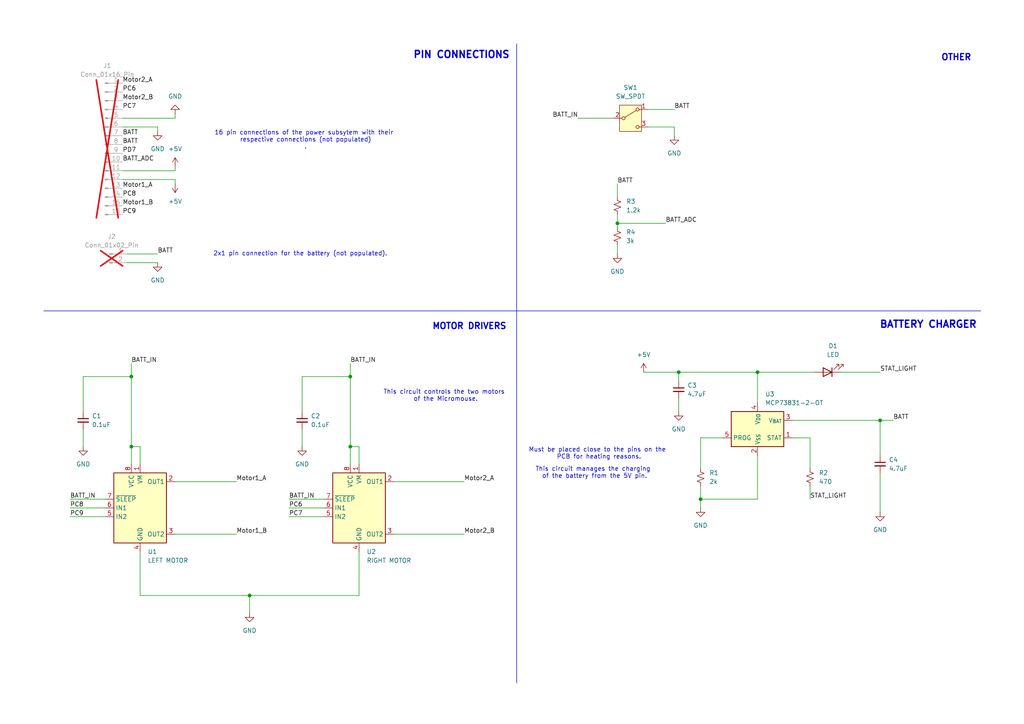
<source format=kicad_sch>
(kicad_sch (version 20231120) (generator "eeschema") (generator_version "8.0")
  (paper "A4")
  (title_block (title "Micromouse Power Subsytem") (date "2024-03-19") (rev "v1.3") (company "UCT EEE3088F") (comment 1 "CLRMAT005") (comment 2 "Auther: Matthew Clark"))
  (lib_symbols
    (symbol "Battery_Management:MCP73831-2-OT"
      (property "Reference" "U" (at -7.62 6.35 0))
      (property "Value" "MCP73831-2-OT" (at 1.27 6.35 0))
      (symbol "MCP73831-2-OT_0_1"
        (rectangle (start -7.62 5.08) (end 7.62 -5.08) (stroke (width 0.254)) (fill (type background)))
      )
      (symbol "MCP73831-2-OT_1_1"
        (pin tri_state line (at 10.16 -2.54 180) (length 2.54) (name "STAT") (number "1"))
        (pin power_in line (at 0 -7.62 90) (length 2.54) (name "V_{SS}") (number "2"))
        (pin power_out line (at 10.16 2.54 180) (length 2.54) (name "V_{BAT}") (number "3"))
        (pin power_in line (at 0 7.62 270) (length 2.54) (name "V_{DD}") (number "4"))
        (pin input line (at -10.16 -2.54 0) (length 2.54) (name "PROG") (number "5"))
      )
    )
    (symbol "Connector:Conn_01x02_Pin" (pin_names (offset 1.016) hide)
      (property "Reference" "J" (at 0 2.54 0))
      (property "Value" "Conn_01x02_Pin" (at 0 -5.08 0))
      (symbol "Conn_01x02_Pin_1_1"
        (polyline (pts (xy 1.27 -2.54) (xy 0.8636 -2.54)) (stroke (width 0.1524)))
        (polyline (pts (xy 1.27 0) (xy 0.8636 0)) (stroke (width 0.1524)))
        (rectangle (start 0.8636 -2.413) (end 0 -2.667) (stroke (width 0.1524)) (fill (type outline)))
        (rectangle (start 0.8636 0.127) (end 0 -0.127) (stroke (width 0.1524)) (fill (type outline)))
        (pin passive line (at 5.08 0 180) (length 3.81) (name "Pin_1") (number "1"))
        (pin passive line (at 5.08 -2.54 180) (length 3.81) (name "Pin_2") (number "2"))
      )
    )
    (symbol "Connector:Conn_01x16_Pin" (pin_names (offset 1.016) hide)
      (property "Reference" "J" (at 0 20.32 0))
      (property "Value" "Conn_01x16_Pin" (at 0 -22.86 0))
      (symbol "Conn_01x16_Pin_1_1"
        (polyline (pts (xy 1.27 -20.32) (xy 0.8636 -20.32)) (stroke (width 0.1524)))
        (polyline (pts (xy 1.27 -17.78) (xy 0.8636 -17.78)) (stroke (width 0.1524)))
        (polyline (pts (xy 1.27 -15.24) (xy 0.8636 -15.24)) (stroke (width 0.1524)))
        (polyline (pts (xy 1.27 -12.7) (xy 0.8636 -12.7)) (stroke (width 0.1524)))
        (polyline (pts (xy 1.27 -10.16) (xy 0.8636 -10.16)) (stroke (width 0.1524)))
        (polyline (pts (xy 1.27 -7.62) (xy 0.8636 -7.62)) (stroke (width 0.1524)))
        (polyline (pts (xy 1.27 -5.08) (xy 0.8636 -5.08)) (stroke (width 0.1524)))
        (polyline (pts (xy 1.27 -2.54) (xy 0.8636 -2.54)) (stroke (width 0.1524)))
        (polyline (pts (xy 1.27 0) (xy 0.8636 0)) (stroke (width 0.1524)))
        (polyline (pts (xy 1.27 2.54) (xy 0.8636 2.54)) (stroke (width 0.1524)))
        (polyline (pts (xy 1.27 5.08) (xy 0.8636 5.08)) (stroke (width 0.1524)))
        (polyline (pts (xy 1.27 7.62) (xy 0.8636 7.62)) (stroke (width 0.1524)))
        (polyline (pts (xy 1.27 10.16) (xy 0.8636 10.16)) (stroke (width 0.1524)))
        (polyline (pts (xy 1.27 12.7) (xy 0.8636 12.7)) (stroke (width 0.1524)))
        (polyline (pts (xy 1.27 15.24) (xy 0.8636 15.24)) (stroke (width 0.1524)))
        (polyline (pts (xy 1.27 17.78) (xy 0.8636 17.78)) (stroke (width 0.1524)))
        (rectangle (start 0.8636 -20.193) (end 0 -20.447) (stroke (width 0.1524)) (fill (type outline)))
        (rectangle (start 0.8636 -17.653) (end 0 -17.907) (stroke (width 0.1524)) (fill (type outline)))
        (rectangle (start 0.8636 -15.113) (end 0 -15.367) (stroke (width 0.1524)) (fill (type outline)))
        (rectangle (start 0.8636 -12.573) (end 0 -12.827) (stroke (width 0.1524)) (fill (type outline)))
        (rectangle (start 0.8636 -10.033) (end 0 -10.287) (stroke (width 0.1524)) (fill (type outline)))
        (rectangle (start 0.8636 -7.493) (end 0 -7.747) (stroke (width 0.1524)) (fill (type outline)))
        (rectangle (start 0.8636 -4.953) (end 0 -5.207) (stroke (width 0.1524)) (fill (type outline)))
        (rectangle (start 0.8636 -2.413) (end 0 -2.667) (stroke (width 0.1524)) (fill (type outline)))
        (rectangle (start 0.8636 0.127) (end 0 -0.127) (stroke (width 0.1524)) (fill (type outline)))
        (rectangle (start 0.8636 2.667) (end 0 2.413) (stroke (width 0.1524)) (fill (type outline)))
        (rectangle (start 0.8636 5.207) (end 0 4.953) (stroke (width 0.1524)) (fill (type outline)))
        (rectangle (start 0.8636 7.747) (end 0 7.493) (stroke (width 0.1524)) (fill (type outline)))
        (rectangle (start 0.8636 10.287) (end 0 10.033) (stroke (width 0.1524)) (fill (type outline)))
        (rectangle (start 0.8636 12.827) (end 0 12.573) (stroke (width 0.1524)) (fill (type outline)))
        (rectangle (start 0.8636 15.367) (end 0 15.113) (stroke (width 0.1524)) (fill (type outline)))
        (rectangle (start 0.8636 17.907) (end 0 17.653) (stroke (width 0.1524)) (fill (type outline)))
        (pin passive line (at 5.08 17.78 180) (length 3.81) (name "Pin_1") (number "1"))
        (pin passive line (at 5.08 -5.08 180) (length 3.81) (name "Pin_10") (number "10"))
        (pin passive line (at 5.08 -7.62 180) (length 3.81) (name "Pin_11") (number "11"))
        (pin passive line (at 5.08 -10.16 180) (length 3.81) (name "Pin_12") (number "12"))
        (pin passive line (at 5.08 -12.7 180) (length 3.81) (name "Pin_13") (number "13"))
        (pin passive line (at 5.08 -15.24 180) (length 3.81) (name "Pin_14") (number "14"))
        (pin passive line (at 5.08 -17.78 180) (length 3.81) (name "Pin_15") (number "15"))
        (pin passive line (at 5.08 -20.32 180) (length 3.81) (name "Pin_16") (number "16"))
        (pin passive line (at 5.08 15.24 180) (length 3.81) (name "Pin_2") (number "2"))
        (pin passive line (at 5.08 12.7 180) (length 3.81) (name "Pin_3") (number "3"))
        (pin passive line (at 5.08 10.16 180) (length 3.81) (name "Pin_4") (number "4"))
        (pin passive line (at 5.08 7.62 180) (length 3.81) (name "Pin_5") (number "5"))
        (pin passive line (at 5.08 5.08 180) (length 3.81) (name "Pin_6") (number "6"))
        (pin passive line (at 5.08 2.54 180) (length 3.81) (name "Pin_7") (number "7"))
        (pin passive line (at 5.08 0 180) (length 3.81) (name "Pin_8") (number "8"))
        (pin passive line (at 5.08 -2.54 180) (length 3.81) (name "Pin_9") (number "9"))
      )
    )
    (symbol "Device:C_Small" (pin_numbers hide) (pin_names (offset 0.254) hide)
      (property "Reference" "C" (at 0.254 1.778 0))
      (property "Value" "C_Small" (at 0.254 -2.032 0))
      (symbol "C_Small_0_1"
        (polyline (pts (xy -1.524 -0.508) (xy 1.524 -0.508)) (stroke (width 0.3302)))
        (polyline (pts (xy -1.524 0.508) (xy 1.524 0.508)) (stroke (width 0.3048)))
      )
      (symbol "C_Small_1_1"
        (pin passive line (at 0 2.54 270) (length 2.032) (name "~") (number "1"))
        (pin passive line (at 0 -2.54 90) (length 2.032) (name "~") (number "2"))
      )
    )
    (symbol "Device:LED" (pin_numbers hide) (pin_names (offset 1.016) hide)
      (property "Reference" "D" (at 0 2.54 0))
      (property "Value" "LED" (at 0 -2.54 0))
      (symbol "LED_0_1"
        (polyline (pts (xy -1.27 -1.27) (xy -1.27 1.27)) (stroke (width 0.254)))
        (polyline (pts (xy -1.27 0) (xy 1.27 0)))
        (polyline (pts (xy 1.27 -1.27) (xy 1.27 1.27) (xy -1.27 0) (xy 1.27 -1.27)) (stroke (width 0.254)))
        (polyline (pts (xy -3.048 -0.762) (xy -4.572 -2.286) (xy -3.81 -2.286) (xy -4.572 -2.286) (xy -4.572 -1.524)))
        (polyline (pts (xy -1.778 -0.762) (xy -3.302 -2.286) (xy -2.54 -2.286) (xy -3.302 -2.286) (xy -3.302 -1.524)))
      )
      (symbol "LED_1_1"
        (pin passive line (at -3.81 0 0) (length 2.54) (name "K") (number "1"))
        (pin passive line (at 3.81 0 180) (length 2.54) (name "A") (number "2"))
      )
    )
    (symbol "Device:R_Small_US" (pin_numbers hide) (pin_names (offset 0.254) hide)
      (property "Reference" "R" (at 0.762 0.508 0))
      (property "Value" "R_Small_US" (at 0.762 -1.016 0))
      (symbol "R_Small_US_1_1"
        (polyline (pts (xy 0 0) (xy 1.016 -0.381) (xy 0 -0.762) (xy -1.016 -1.143) (xy 0 -1.524)))
        (polyline (pts (xy 0 1.524) (xy 1.016 1.143) (xy 0 0.762) (xy -1.016 0.381) (xy 0 0)))
        (pin passive line (at 0 2.54 270) (length 1.016) (name "~") (number "1"))
        (pin passive line (at 0 -2.54 90) (length 1.016) (name "~") (number "2"))
      )
    )
    (symbol "Driver_Motor:DRV8837C"
      (property "Reference" "U" (at 6.35 11.43 0))
      (property "Value" "DRV8837C" (at -10.16 11.43 0))
      (symbol "DRV8837C_0_1"
        (rectangle (start -7.62 10.16) (end 7.62 -10.16) (stroke (width 0.254)) (fill (type background)))
      )
      (symbol "DRV8837C_1_1"
        (pin power_in line (at 0 12.7 270) (length 2.54) (name "VM") (number "1"))
        (pin output line (at 10.16 7.62 180) (length 2.54) (name "OUT1") (number "2"))
        (pin output line (at 10.16 -7.62 180) (length 2.54) (name "OUT2") (number "3"))
        (pin power_in line (at 0 -12.7 90) (length 2.54) (name "GND") (number "4"))
        (pin input line (at -10.16 -2.54 0) (length 2.54) (name "IN2") (number "5"))
        (pin input line (at -10.16 0 0) (length 2.54) (name "IN1") (number "6"))
        (pin input line (at -10.16 2.54 0) (length 2.54) (name "~{SLEEP}") (number "7"))
        (pin power_in line (at -2.54 12.7 270) (length 2.54) (name "VCC") (number "8"))
        (pin passive line (at 0 -12.7 90) (length 2.54) hide (name "GND") (number "9"))
      )
    )
    (symbol "Switch:SW_SPDT" (pin_names (offset 0) hide)
      (property "Reference" "SW" (at 0 5.08 0))
      (property "Value" "SW_SPDT" (at 0 -5.08 0))
      (symbol "SW_SPDT_0_1"
        (circle (center -2.032 0) (radius 0.4572))
        (polyline (pts (xy -1.651 0.254) (xy 1.651 2.286)))
        (circle (center 2.032 -2.54) (radius 0.4572))
        (circle (center 2.032 2.54) (radius 0.4572))
      )
      (symbol "SW_SPDT_1_1"
        (rectangle (start -3.175 3.81) (end 3.175 -3.81) (fill (type background)))
        (pin passive line (at 5.08 2.54 180) (length 2.54) (name "A") (number "1"))
        (pin passive line (at -5.08 0 0) (length 2.54) (name "B") (number "2"))
        (pin passive line (at 5.08 -2.54 180) (length 2.54) (name "C") (number "3"))
      )
    )
    (symbol "power:+5V" (power) (pin_numbers hide) (pin_names (offset 0) hide)
      (property "Value" "+5V" (at 0 3.556 0))
      (symbol "+5V_0_1"
        (polyline (pts (xy -0.762 1.27) (xy 0 2.54)))
        (polyline (pts (xy 0 0) (xy 0 2.54)))
        (polyline (pts (xy 0 2.54) (xy 0.762 1.27)))
      )
      (symbol "+5V_1_1"
        (pin power_in line (at 0 0 90) (length 0) (name "~") (number "1"))
      )
    )
    (symbol "power:GND" (power) (pin_numbers hide) (pin_names (offset 0) hide)
      (property "Value" "GND" (at 0 -3.81 0))
      (symbol "GND_0_1"
        (polyline (pts (xy 0 0) (xy 0 -1.27) (xy 1.27 -1.27) (xy 0 -2.54) (xy -1.27 -1.27) (xy 0 -1.27)))
      )
      (symbol "GND_1_1"
        (pin power_in line (at 0 0 270) (length 0) (name "~") (number "1"))
      )
    )
  )
  (junction (at 38.1 129.54))
  (junction (at 203.2 144.78))
  (junction (at 101.6 129.54))
  (junction (at 219.71 107.95))
  (junction (at 101.6 109.22))
  (junction (at 255.27 121.92))
  (junction (at 196.85 107.95))
  (junction (at 179.07 64.77))
  (junction (at 72.39 172.72))
  (junction (at 38.1 109.22))
  (wire (pts (xy 101.6 109.22) (xy 87.63 109.22)))
  (wire (pts (xy 83.82 149.86) (xy 93.98 149.86)))
  (wire (pts (xy 83.82 147.32) (xy 93.98 147.32)))
  (wire (pts (xy 35.56 52.07) (xy 50.8 52.07)))
  (wire (pts (xy 36.83 73.66) (xy 45.72 73.66)))
  (wire (pts (xy 203.2 140.97) (xy 203.2 144.78)))
  (wire (pts (xy 104.14 172.72) (xy 104.14 160.02)))
  (wire (pts (xy 36.83 76.2) (xy 45.72 76.2)))
  (wire (pts (xy 50.8 48.26) (xy 50.8 49.53)))
  (wire (pts (xy 187.96 36.83) (xy 195.58 36.83)))
  (wire (pts (xy 255.27 121.92) (xy 259.08 121.92)))
  (wire (pts (xy 179.07 71.12) (xy 179.07 73.66)))
  (wire (pts (xy 72.39 172.72) (xy 104.14 172.72)))
  (wire (pts (xy 195.58 36.83) (xy 195.58 39.37)))
  (wire (pts (xy 219.71 144.78) (xy 219.71 132.08)))
  (polyline (pts (xy 149.86 12.7) (xy 149.86 198.12)))
  (wire (pts (xy 196.85 107.95) (xy 219.71 107.95)))
  (wire (pts (xy 40.64 134.62) (xy 40.64 129.54)))
  (wire (pts (xy 40.64 160.02) (xy 40.64 172.72)))
  (wire (pts (xy 187.96 31.75) (xy 195.58 31.75)))
  (wire (pts (xy 234.95 135.89) (xy 234.95 127)))
  (wire (pts (xy 179.07 64.77) (xy 179.07 66.04)))
  (wire (pts (xy 179.07 64.77) (xy 193.04 64.77)))
  (wire (pts (xy 203.2 144.78) (xy 219.71 144.78)))
  (wire (pts (xy 203.2 144.78) (xy 203.2 147.32)))
  (wire (pts (xy 167.64 34.29) (xy 177.8 34.29)))
  (wire (pts (xy 38.1 105.41) (xy 38.1 109.22)))
  (wire (pts (xy 87.63 124.46) (xy 87.63 129.54)))
  (wire (pts (xy 50.8 52.07) (xy 50.8 53.34)))
  (wire (pts (xy 229.87 121.92) (xy 255.27 121.92)))
  (wire (pts (xy 179.07 53.34) (xy 179.07 57.15)))
  (wire (pts (xy 101.6 105.41) (xy 101.6 109.22)))
  (wire (pts (xy 35.56 34.29) (xy 50.8 34.29)))
  (wire (pts (xy 203.2 127) (xy 203.2 135.89)))
  (wire (pts (xy 38.1 109.22) (xy 38.1 129.54)))
  (wire (pts (xy 101.6 109.22) (xy 101.6 129.54)))
  (wire (pts (xy 104.14 129.54) (xy 101.6 129.54)))
  (wire (pts (xy 45.72 36.83) (xy 45.72 38.1)))
  (wire (pts (xy 35.56 36.83) (xy 45.72 36.83)))
  (wire (pts (xy 40.64 172.72) (xy 72.39 172.72)))
  (wire (pts (xy 24.13 109.22) (xy 24.13 119.38)))
  (wire (pts (xy 20.32 149.86) (xy 30.48 149.86)))
  (wire (pts (xy 101.6 129.54) (xy 101.6 134.62)))
  (wire (pts (xy 20.32 147.32) (xy 30.48 147.32)))
  (wire (pts (xy 186.69 107.95) (xy 196.85 107.95)))
  (wire (pts (xy 35.56 49.53) (xy 50.8 49.53)))
  (wire (pts (xy 114.3 139.7) (xy 134.62 139.7)))
  (wire (pts (xy 83.82 144.78) (xy 93.98 144.78)))
  (wire (pts (xy 72.39 172.72) (xy 72.39 177.8)))
  (wire (pts (xy 234.95 127) (xy 229.87 127)))
  (wire (pts (xy 179.07 62.23) (xy 179.07 64.77)))
  (polyline (pts (xy 12.7 90.17) (xy 284.48 90.17)))
  (wire (pts (xy 50.8 154.94) (xy 68.58 154.94)))
  (wire (pts (xy 40.64 129.54) (xy 38.1 129.54)))
  (wire (pts (xy 50.8 33.02) (xy 50.8 34.29)))
  (wire (pts (xy 38.1 129.54) (xy 38.1 134.62)))
  (wire (pts (xy 255.27 137.16) (xy 255.27 148.59)))
  (wire (pts (xy 50.8 139.7) (xy 68.58 139.7)))
  (wire (pts (xy 114.3 154.94) (xy 134.62 154.94)))
  (wire (pts (xy 209.55 127) (xy 203.2 127)))
  (wire (pts (xy 87.63 109.22) (xy 87.63 119.38)))
  (wire (pts (xy 243.84 107.95) (xy 255.27 107.95)))
  (wire (pts (xy 196.85 115.57) (xy 196.85 119.38)))
  (wire (pts (xy 196.85 107.95) (xy 196.85 110.49)))
  (wire (pts (xy 104.14 134.62) (xy 104.14 129.54)))
  (wire (pts (xy 20.32 144.78) (xy 30.48 144.78)))
  (wire (pts (xy 24.13 124.46) (xy 24.13 129.54)))
  (wire (pts (xy 219.71 107.95) (xy 236.22 107.95)))
  (wire (pts (xy 38.1 109.22) (xy 24.13 109.22)))
  (wire (pts (xy 234.95 140.97) (xy 234.95 144.78)))
  (wire (pts (xy 219.71 116.84) (xy 219.71 107.95)))
  (wire (pts (xy 255.27 121.92) (xy 255.27 132.08)))
  (text "PIN CONNECTIONS\n" (at 133.858 16.002 0) (effects (font (size 2.032 2.032) (bold yes))))
  (text "16 pin connections of the power subsytem with their \nrespective connections (not populated)\n." (at 88.646 40.64 0) (effects (font (size 1.27 1.27))))
  (text "2x1 pin connection for the battery (not populated).\n" (at 87.122 73.66 0) (effects (font (size 1.27 1.27))))
  (text "BATTERY CHARGER" (at 269.24 94.234 0) (effects (font (size 2.032 2.032) (bold yes))))
  (text "This circuit manages the charging \nof the battery from the 5V pin.\n" (at 172.466 137.16 0) (effects (font (size 1.27 1.27))))
  (text "Must be placed close to the pins on the \nPCB for heating reasons." (at 173.736 131.572 0) (effects (font (size 1.27 1.27))))
  (text "This circuit controls the two motors \nof the Micromouse." (at 129.286 114.808 0) (effects (font (size 1.27 1.27))))
  (text "MOTOR DRIVERS" (at 136.144 94.742 0) (effects (font (size 1.778 1.778) (bold yes))))
  (text "OTHER" (at 277.368 16.764 0) (effects (font (size 1.778 1.778) (thickness 0.3556) (bold yes))))
  (label "Motor1_B" (at 35.56 59.69 0))
  (label "BATT_IN" (at 38.1 105.41 0))
  (label "BATT_ADC" (at 193.04 64.77 0))
  (label "BATT" (at 179.07 53.34 0))
  (label "BATT_IN" (at 20.32 144.78 0))
  (label "Motor1_B" (at 68.58 154.94 0))
  (label "BATT" (at 35.56 39.37 0))
  (label "Motor1_A" (at 68.58 139.7 0))
  (label "BATT" (at 195.58 31.75 0))
  (label "PC6" (at 83.82 147.32 0))
  (label "PD7" (at 35.56 44.45 0))
  (label "Motor2_A" (at 35.56 24.13 0))
  (label "PC6" (at 35.56 26.67 0))
  (label "BATT_IN" (at 167.64 34.29 180))
  (label "Motor2_A" (at 134.62 139.7 0))
  (label "PC7" (at 35.56 31.75 0))
  (label "PC9" (at 35.56 62.23 0))
  (label "STAT_LIGHT" (at 234.95 144.78 0))
  (label "BATT" (at 259.08 121.92 0))
  (label "BATT_IN" (at 101.6 105.41 0))
  (label "PC7" (at 83.82 149.86 0))
  (label "STAT_LIGHT" (at 255.27 107.95 0))
  (label "BATT" (at 45.72 73.66 0))
  (label "BATT" (at 35.56 41.91 0))
  (label "BATT_ADC" (at 35.56 46.99 0))
  (label "PC9" (at 20.32 149.86 0))
  (label "PC8" (at 20.32 147.32 0))
  (label "Motor2_B" (at 35.56 29.21 0))
  (label "BATT_IN" (at 83.82 144.78 0))
  (label "Motor1_A" (at 35.56 54.61 0))
  (label "PC8" (at 35.56 57.15 0))
  (label "Motor2_B" (at 134.62 154.94 0))
  (symbol (lib_id "power:GND") (at 179.07 73.66 0) (unit 1)
    (property "Reference" "#PWR014" (effects (hide yes)))
    (property "Value" "GND" (at 179.07 78.74 0))
    (property "Description" "Power symbol creates a global label with name \"GND\" , ground" (effects (hide yes)))
  )
  (symbol (lib_id "power:GND") (at 24.13 129.54 0) (unit 1)
    (property "Reference" "#PWR01" (effects (hide yes)))
    (property "Value" "GND" (at 24.13 134.62 0))
    (property "Description" "Power symbol creates a global label with name \"GND\" , ground" (effects (hide yes)))
  )
  (symbol (lib_id "Device:R_Small_US") (at 234.95 138.43 0) (unit 1)
    (property "Reference" "R2" (at 237.49 137.1599 0) (effects (justify left)))
    (property "Value" "470" (at 237.49 139.6999 0) (effects (justify left)))
    (property "Footprint" "Resistor_SMD:R_0805_2012Metric" (effects (hide yes)))
    (property "Description" "Resistor, small US symbol" (effects (hide yes)))
  )
  (symbol (lib_id "Driver_Motor:DRV8837C") (at 104.14 147.32 0) (unit 1)
    (property "Reference" "U2" (at 106.3341 160.02 0) (effects (justify left)))
    (property "Value" "RIGHT MOTOR" (at 106.3341 162.56 0) (effects (justify left)))
    (property "Footprint" "Package_SON:WSON-8-1EP_2x2mm_P0.5mm_EP0.9x1.6mm" (effects (hide yes)))
    (property "Datasheet" "http://www.ti.com/lit/ds/symlink/drv8837c.pdf" (effects (hide yes)))
    (property "Description" "H-Bridge driver, 1A, Low Voltage, PWM input, WSON-8" (effects (hide yes)))
  )
  (symbol (lib_id "power:GND") (at 195.58 39.37 0) (unit 1)
    (property "Reference" "#PWR08" (effects (hide yes)))
    (property "Value" "GND" (at 195.58 44.45 0))
    (property "Description" "Power symbol creates a global label with name \"GND\" , ground" (effects (hide yes)))
  )
  (symbol (lib_id "power:GND") (at 87.63 129.54 0) (unit 1)
    (property "Reference" "#PWR07" (effects (hide yes)))
    (property "Value" "GND" (at 87.63 134.62 0))
    (property "Description" "Power symbol creates a global label with name \"GND\" , ground" (effects (hide yes)))
  )
  (symbol (lib_id "power:GND") (at 255.27 148.59 0) (unit 1)
    (property "Reference" "#PWR012" (effects (hide yes)))
    (property "Value" "GND" (at 255.27 153.67 0))
    (property "Description" "Power symbol creates a global label with name \"GND\" , ground" (effects (hide yes)))
  )
  (symbol (lib_id "Connector:Conn_01x02_Pin") (at 31.75 73.66 0) (unit 1) (dnp yes)
    (property "Reference" "J2" (at 32.385 68.58 0))
    (property "Value" "Conn_01x02_Pin" (at 32.385 71.12 0))
    (property "Footprint" "Connector_JST:JST_PH_B2B-PH-K_1x02_P2.00mm_Vertical" (effects (hide yes)))
    (property "Description" "Generic connector, single row, 01x02, script generated" (effects (hide yes)))
  )
  (symbol (lib_id "Switch:SW_SPDT") (at 182.88 34.29 0) (unit 1)
    (property "Reference" "SW1" (at 182.88 25.4 0))
    (property "Value" "SW_SPDT" (at 182.88 27.94 0))
    (property "Footprint" "Button_Switch_THT:SW_Lever_1P2T_NKK_GW12LxH" (effects (hide yes)))
    (property "Description" "Switch, single pole double throw" (effects (hide yes)))
  )
  (symbol (lib_id "Connector:Conn_01x16_Pin") (at 30.48 41.91 0) (unit 1) (dnp yes)
    (property "Reference" "J1" (at 31.115 19.05 0))
    (property "Value" "Conn_01x16_Pin" (at 31.115 21.59 0))
    (property "Footprint" "Connector_PinSocket_2.54mm:PinSocket_2x08_P2.54mm_Vertical" (effects (hide yes)))
    (property "Description" "Generic connector, single row, 01x16, script generated" (effects (hide yes)))
  )
  (symbol (lib_id "Driver_Motor:DRV8837C") (at 40.64 147.32 0) (unit 1)
    (property "Reference" "U1" (at 42.8341 160.02 0) (effects (justify left)))
    (property "Value" "LEFT MOTOR" (at 42.8341 162.56 0) (effects (justify left)))
    (property "Footprint" "Package_SON:WSON-8-1EP_2x2mm_P0.5mm_EP0.9x1.6mm" (effects (hide yes)))
    (property "Datasheet" "http://www.ti.com/lit/ds/symlink/drv8837c.pdf" (effects (hide yes)))
    (property "Description" "H-Bridge driver, 1A, Low Voltage, PWM input, WSON-8" (effects (hide yes)))
  )
  (symbol (lib_id "power:GND") (at 203.2 147.32 0) (unit 1)
    (property "Reference" "#PWR011" (effects (hide yes)))
    (property "Value" "GND" (at 203.2 152.4 0))
    (property "Description" "Power symbol creates a global label with name \"GND\" , ground" (effects (hide yes)))
  )
  (symbol (lib_id "Device:C_Small") (at 255.27 134.62 0) (unit 1)
    (property "Reference" "C4" (at 257.81 133.3562 0) (effects (justify left)))
    (property "Value" "4.7uF" (at 257.81 135.8962 0) (effects (justify left)))
    (property "Footprint" "Capacitor_SMD:C_0805_2012Metric" (effects (hide yes)))
    (property "Description" "Unpolarized capacitor, small symbol" (effects (hide yes)))
  )
  (symbol (lib_id "Device:C_Small") (at 196.85 113.03 0) (unit 1)
    (property "Reference" "C3" (at 199.39 111.7662 0) (effects (justify left)))
    (property "Value" "4.7uF" (at 199.39 114.3062 0) (effects (justify left)))
    (property "Footprint" "Capacitor_SMD:C_0805_2012Metric" (effects (hide yes)))
    (property "Description" "Unpolarized capacitor, small symbol" (effects (hide yes)))
  )
  (symbol (lib_id "Device:R_Small_US") (at 179.07 59.69 0) (unit 1)
    (property "Reference" "R3" (at 181.61 58.4199 0) (effects (justify left)))
    (property "Value" "1.2k" (at 181.61 60.9599 0) (effects (justify left)))
    (property "Footprint" "Resistor_SMD:R_0805_2012Metric" (effects (hide yes)))
    (property "Description" "Resistor, small US symbol" (effects (hide yes)))
  )
  (symbol (lib_id "power:+5V") (at 186.69 107.95 0) (unit 1)
    (property "Reference" "#PWR09" (effects (hide yes)))
    (property "Value" "+5V" (at 186.69 102.87 0))
    (property "Description" "Power symbol creates a global label with name \"+5V\"" (effects (hide yes)))
  )
  (symbol (lib_id "Device:LED") (at 240.03 107.95 180) (unit 1)
    (property "Reference" "D1" (at 241.6175 100.33 0))
    (property "Value" "LED" (at 241.6175 102.87 0))
    (property "Footprint" "LED_SMD:LED_0603_1608Metric" (effects (hide yes)))
    (property "Description" "Light emitting diode" (effects (hide yes)))
  )
  (symbol (lib_id "power:GND") (at 196.85 119.38 0) (unit 1)
    (property "Reference" "#PWR010" (effects (hide yes)))
    (property "Value" "GND" (at 196.85 124.46 0))
    (property "Description" "Power symbol creates a global label with name \"GND\" , ground" (effects (hide yes)))
  )
  (symbol (lib_id "power:GND") (at 50.8 33.02 180) (unit 1)
    (property "Reference" "#PWR03" (effects (hide yes)))
    (property "Value" "GND" (at 50.8 27.94 0))
    (property "Description" "Power symbol creates a global label with name \"GND\" , ground" (effects (hide yes)))
  )
  (symbol (lib_id "power:+5V") (at 50.8 53.34 180) (unit 1)
    (property "Reference" "#PWR05" (effects (hide yes)))
    (property "Value" "+5V" (at 50.8 58.42 0))
    (property "Description" "Power symbol creates a global label with name \"+5V\"" (effects (hide yes)))
  )
  (symbol (lib_id "Device:C_Small") (at 87.63 121.92 0) (unit 1)
    (property "Reference" "C2" (at 90.17 120.6562 0) (effects (justify left)))
    (property "Value" "0.1uF" (at 90.17 123.1962 0) (effects (justify left)))
    (property "Footprint" "Capacitor_SMD:C_0603_1608Metric" (effects (hide yes)))
    (property "Description" "Unpolarized capacitor, small symbol" (effects (hide yes)))
  )
  (symbol (lib_id "power:+5V") (at 50.8 48.26 0) (unit 1)
    (property "Reference" "#PWR04" (effects (hide yes)))
    (property "Value" "+5V" (at 50.8 43.18 0))
    (property "Description" "Power symbol creates a global label with name \"+5V\"" (effects (hide yes)))
  )
  (symbol (lib_id "Device:R_Small_US") (at 203.2 138.43 0) (unit 1)
    (property "Reference" "R1" (at 205.74 137.1599 0) (effects (justify left)))
    (property "Value" "2k" (at 205.74 139.6999 0) (effects (justify left)))
    (property "Footprint" "Resistor_SMD:R_0402_1005Metric" (effects (hide yes)))
    (property "Description" "Resistor, small US symbol" (effects (hide yes)))
  )
  (symbol (lib_id "power:GND") (at 45.72 76.2 0) (unit 1)
    (property "Reference" "#PWR013" (effects (hide yes)))
    (property "Value" "GND" (at 45.72 81.28 0))
    (property "Description" "Power symbol creates a global label with name \"GND\" , ground" (effects (hide yes)))
  )
  (symbol (lib_id "Device:C_Small") (at 24.13 121.92 0) (unit 1)
    (property "Reference" "C1" (at 26.67 120.6562 0) (effects (justify left)))
    (property "Value" "0.1uF" (at 26.67 123.1962 0) (effects (justify left)))
    (property "Footprint" "Capacitor_SMD:C_0603_1608Metric" (effects (hide yes)))
    (property "Description" "Unpolarized capacitor, small symbol" (effects (hide yes)))
  )
  (symbol (lib_id "Device:R_Small_US") (at 179.07 68.58 0) (unit 1)
    (property "Reference" "R4" (at 181.61 67.3099 0) (effects (justify left)))
    (property "Value" "3k" (at 181.61 69.8499 0) (effects (justify left)))
    (property "Footprint" "Resistor_SMD:R_0603_1608Metric" (effects (hide yes)))
    (property "Description" "Resistor, small US symbol" (effects (hide yes)))
  )
  (symbol (lib_id "power:GND") (at 72.39 177.8 0) (unit 1)
    (property "Reference" "#PWR06" (effects (hide yes)))
    (property "Value" "GND" (at 72.39 182.88 0))
    (property "Description" "Power symbol creates a global label with name \"GND\" , ground" (effects (hide yes)))
  )
  (symbol (lib_id "power:GND") (at 45.72 38.1 0) (unit 1)
    (property "Reference" "#PWR02" (effects (hide yes)))
    (property "Value" "GND" (at 45.72 43.18 0))
    (property "Description" "Power symbol creates a global label with name \"GND\" , ground" (effects (hide yes)))
  )
  (symbol (lib_id "Battery_Management:MCP73831-2-OT") (at 219.71 124.46 0) (unit 1)
    (property "Reference" "U3" (at 221.9041 114.3 0) (effects (justify left)))
    (property "Value" "MCP73831-2-OT" (at 221.9041 116.84 0) (effects (justify left)))
    (property "Footprint" "Package_TO_SOT_SMD:SOT-23-5" (effects (hide yes)))
    (property "Datasheet" "http://ww1.microchip.com/downloads/en/DeviceDoc/20001984g.pdf" (effects (hide yes)))
    (property "Description" "Single cell, Li-Ion/Li-Po charge management controller, 4.20V, Tri-State Status Output, in SOT23-5 package" (effects (hide yes)))
  )
)
</source>
